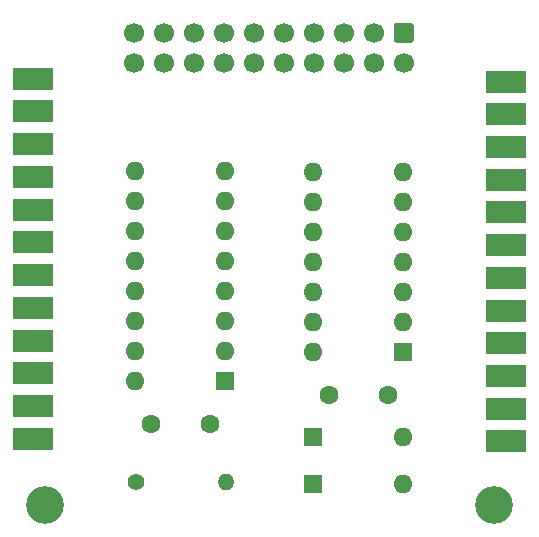
<source format=gbr>
%TF.GenerationSoftware,KiCad,Pcbnew,(5.1.9)-1*%
%TF.CreationDate,2021-07-05T16:47:05-04:00*%
%TF.ProjectId,Amiga2MacFloppy,416d6967-6132-44d6-9163-466c6f707079,1.0*%
%TF.SameCoordinates,Original*%
%TF.FileFunction,Soldermask,Top*%
%TF.FilePolarity,Negative*%
%FSLAX46Y46*%
G04 Gerber Fmt 4.6, Leading zero omitted, Abs format (unit mm)*
G04 Created by KiCad (PCBNEW (5.1.9)-1) date 2021-07-05 16:47:05*
%MOMM*%
%LPD*%
G01*
G04 APERTURE LIST*
%ADD10R,3.480000X1.846667*%
%ADD11O,1.600000X1.600000*%
%ADD12R,1.600000X1.600000*%
%ADD13C,1.600000*%
%ADD14C,3.200000*%
%ADD15O,1.400000X1.400000*%
%ADD16C,1.400000*%
%ADD17C,1.700000*%
G04 APERTURE END LIST*
D10*
%TO.C,J3*%
X158468000Y-120289000D03*
X158468000Y-117519000D03*
X158468000Y-114749000D03*
X158468000Y-111979000D03*
X158468000Y-109209000D03*
X158468000Y-106439000D03*
X158468000Y-103669000D03*
X158468000Y-100899000D03*
X158468000Y-98129000D03*
X158468000Y-95359000D03*
X158468000Y-92589000D03*
X158468000Y-89819000D03*
%TD*%
D11*
%TO.C,D2*%
X149758000Y-119923000D03*
D12*
X142138000Y-119923000D03*
%TD*%
D11*
%TO.C,D1*%
X149758000Y-123923000D03*
D12*
X142138000Y-123923000D03*
%TD*%
D13*
%TO.C,C1*%
X133408000Y-118833000D03*
X128408000Y-118833000D03*
%TD*%
%TO.C,C2*%
X148488000Y-116343000D03*
X143488000Y-116343000D03*
%TD*%
D14*
%TO.C,Hole2*%
X157468000Y-125693000D03*
%TD*%
D10*
%TO.C,J1*%
X118444000Y-89580000D03*
X118444000Y-92350000D03*
X118444000Y-95120000D03*
X118444000Y-97890000D03*
X118444000Y-100660000D03*
X118444000Y-103430000D03*
X118444000Y-106200000D03*
X118444000Y-108970000D03*
X118444000Y-111740000D03*
X118444000Y-114510000D03*
X118444000Y-117280000D03*
X118444000Y-120050000D03*
%TD*%
D14*
%TO.C,Hole1*%
X119468000Y-125693000D03*
%TD*%
D15*
%TO.C,R460*%
X134771000Y-123693000D03*
D16*
X127151000Y-123693000D03*
%TD*%
D17*
%TO.C,J2*%
X126940000Y-88233000D03*
X129480000Y-88233000D03*
X132020000Y-88233000D03*
X134560000Y-88233000D03*
X137100000Y-88233000D03*
X139640000Y-88233000D03*
X142180000Y-88233000D03*
X144720000Y-88233000D03*
X147260000Y-88233000D03*
X149800000Y-88233000D03*
X126940000Y-85693000D03*
X129480000Y-85693000D03*
X132020000Y-85693000D03*
X134560000Y-85693000D03*
X137100000Y-85693000D03*
X139640000Y-85693000D03*
X142180000Y-85693000D03*
X144720000Y-85693000D03*
X147260000Y-85693000D03*
G36*
G01*
X149200000Y-84843000D02*
X150400000Y-84843000D01*
G75*
G02*
X150650000Y-85093000I0J-250000D01*
G01*
X150650000Y-86293000D01*
G75*
G02*
X150400000Y-86543000I-250000J0D01*
G01*
X149200000Y-86543000D01*
G75*
G02*
X148950000Y-86293000I0J250000D01*
G01*
X148950000Y-85093000D01*
G75*
G02*
X149200000Y-84843000I250000J0D01*
G01*
G37*
%TD*%
D11*
%TO.C,U2*%
X142137000Y-112684000D03*
X149757000Y-97444000D03*
X142137000Y-110144000D03*
X149757000Y-99984000D03*
X142137000Y-107604000D03*
X149757000Y-102524000D03*
X142137000Y-105064000D03*
X149757000Y-105064000D03*
X142137000Y-102524000D03*
X149757000Y-107604000D03*
X142137000Y-99984000D03*
X149757000Y-110144000D03*
X142137000Y-97444000D03*
D12*
X149757000Y-112684000D03*
%TD*%
D11*
%TO.C,U1*%
X127054000Y-115168000D03*
X134674000Y-97388000D03*
X127054000Y-112628000D03*
X134674000Y-99928000D03*
X127054000Y-110088000D03*
X134674000Y-102468000D03*
X127054000Y-107548000D03*
X134674000Y-105008000D03*
X127054000Y-105008000D03*
X134674000Y-107548000D03*
X127054000Y-102468000D03*
X134674000Y-110088000D03*
X127054000Y-99928000D03*
X134674000Y-112628000D03*
X127054000Y-97388000D03*
D12*
X134674000Y-115168000D03*
%TD*%
M02*

</source>
